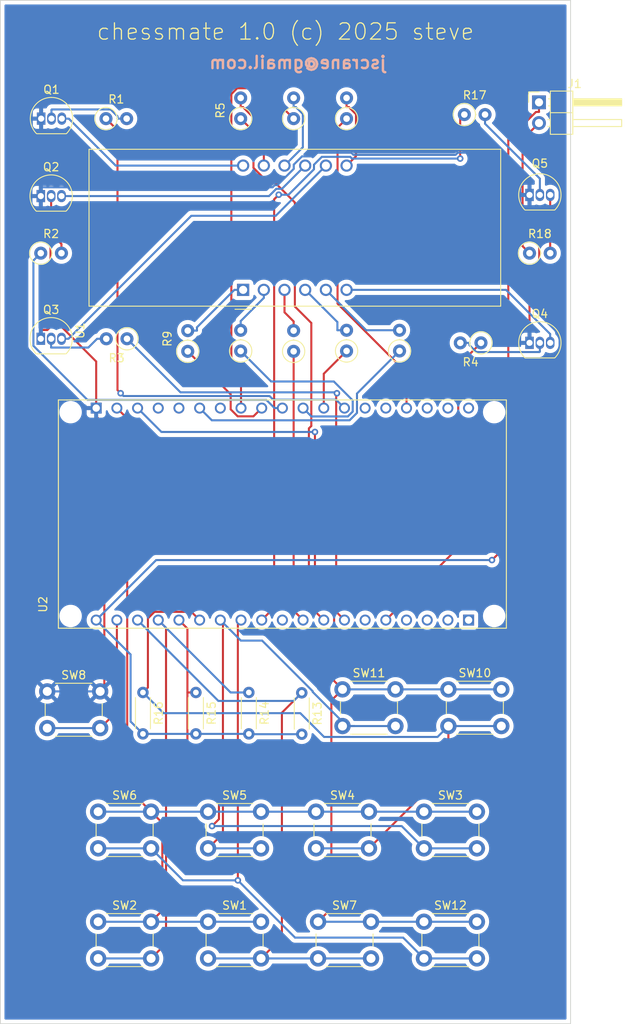
<source format=kicad_pcb>
(kicad_pcb (version 20241229) (generator "pcbnew") (generator_version "9.0")
  (layers (0 "F.Cu" signal) (2 "B.Cu" signal) (13 "F.Paste" user) (15 "B.Paste" user) (5 "F.SilkS" user "F.Silkscreen") (7 "B.SilkS" user "B.Silkscreen") (1 "F.Mask" user) (3 "B.Mask" user) (25 "Edge.Cuts" user))
  (net 0 "")
  (net 1 "+3V3")
  (net 2 "GND")
  (net 3 "Net-(Q1-B)")
  (net 4 "/DIG1")
  (net 5 "/DIG2")
  (net 6 "Net-(Q2-B)")
  (net 7 "Net-(Q3-B)")
  (net 8 "/DIG3")
  (net 9 "Net-(Q4-B)")
  (net 10 "/DIG4")
  (net 11 "Net-(Q5-C)")
  (net 12 "Net-(Q5-B)")
  (net 13 "/DIG1_PIN")
  (net 14 "/DIG2_PIN")
  (net 15 "/DIG3_PIN")
  (net 16 "/DIG4_PIN")
  (net 17 "Net-(U1-a)")
  (net 18 "/SEGA_PIN")
  (net 19 "Net-(U1-b)")
  (net 20 "/SEGB_PIN")
  (net 21 "Net-(U1-c)")
  (net 22 "/SEGC_PIN")
  (net 23 "/SEGD_PIN")
  (net 24 "Net-(U1-d)")
  (net 25 "/SEGE_PIN")
  (net 26 "Net-(U1-e)")
  (net 27 "Net-(U1-f)")
  (net 28 "/SEGF_PIN")
  (net 29 "Net-(U1-g)")
  (net 30 "/SEGG_PIN")
  (net 31 "Net-(U1-DPX)")
  (net 32 "/DP_PIN")
  (net 33 "/COL0_PIN")
  (net 34 "/COL1_PIN")
  (net 35 "/COL2_PIN")
  (net 36 "/COL3_PIN")
  (net 37 "/SOUND_PIN")
  (net 38 "Net-(J1-Pin_2)")
  (net 39 "/ROW1_PIN")
  (net 40 "/COL4_PIN")
  (net 41 "/COL5_PIN")
  (net 42 "/ROW0_PIN")
  (net 43 "/RESET_PIN")
  (footprint "Resistor_THT:R_Axial_DIN0207_L6.3mm_D2.5mm_P2.54mm_Vertical" (layer "F.Cu") (at 62.96 33.5)
    (property "Reference" "R1")
    (property "Value" "10k")
  )
  (footprint "Button_Switch_THT:SW_PUSH_6mm_H4.3mm" (layer "F.Cu") (at 75.5 132)
    (property "Reference" "SW1")
    (property "Value" "F6")
  )
  (footprint "Resistor_THT:R_Axial_DIN0207_L6.3mm_D2.5mm_P2.54mm_Vertical" (layer "F.Cu") (at 109 61 180)
    (property "Reference" "R4")
    (property "Value" "10k")
  )
  (footprint "esp32-nodemcu:ESP32_NODEMCU" (layer "F.Cu") (at 84.62 82 90)
    (property "Reference" "U2")
    (property "Value" "ESP32_NODEMCU")
  )
  (footprint "Package_TO_SOT_THT:TO-92_Inline" (layer "F.Cu") (at 54.96 60.5)
    (property "Reference" "Q3")
    (property "Value" "2N2222")
  )
  (footprint "Button_Switch_THT:SW_PUSH_6mm_H4.3mm" (layer "F.Cu") (at 105 103.5)
    (property "Reference" "SW10")
    (property "Value" "ENTER")
  )
  (footprint "Package_TO_SOT_THT:TO-92_Inline" (layer "F.Cu") (at 54.96 43)
    (property "Reference" "Q2")
    (property "Value" "2N2222")
  )
  (footprint "Connector_PinHeader_2.54mm:PinHeader_1x02_P2.54mm_Horizontal" (layer "F.Cu") (at 116.125 31.5)
    (property "Reference" "J1")
    (property "Value" "SPKR")
  )
  (footprint "Resistor_THT:R_Axial_DIN0207_L6.3mm_D2.5mm_P2.54mm_Vertical" (layer "F.Cu") (at 73 62.04 90)
    (property "Reference" "R9")
    (property "Value" "390R")
  )
  (footprint "Button_Switch_THT:SW_PUSH_6mm_H4.3mm" (layer "F.Cu") (at 62 132)
    (property "Reference" "SW2")
    (property "Value" "E5")
  )
  (footprint "Button_Switch_THT:SW_PUSH_6mm_H4.3mm" (layer "F.Cu") (at 92 103.5)
    (property "Reference" "SW11")
    (property "Value" "CLEAR")
  )
  (footprint "Resistor_THT:R_Axial_DIN0207_L6.3mm_D2.5mm_P2.54mm_Vertical" (layer "F.Cu") (at 92.5 33.5 90)
    (property "Reference" "R6" (hide yes))
    (property "Value" "390R")
  )
  (footprint "Button_Switch_THT:SW_PUSH_6mm_H4.3mm" (layer "F.Cu") (at 89 132)
    (property "Reference" "SW7")
    (property "Value" "G7")
  )
  (footprint "Button_Switch_THT:SW_PUSH_6mm_H4.3mm" (layer "F.Cu") (at 102 132)
    (property "Reference" "SW12")
    (property "Value" "H8")
  )
  (footprint "Resistor_THT:R_Axial_DIN0207_L6.3mm_D2.5mm_P2.54mm_Vertical" (layer "F.Cu") (at 114.96 50)
    (property "Reference" "R18")
    (property "Value" "22R")
  )
  (footprint "Resistor_THT:R_Axial_DIN0207_L6.3mm_D2.5mm_P2.54mm_Vertical" (layer "F.Cu") (at 106.96 33)
    (property "Reference" "R17")
    (property "Value" "2k2")
  )
  (footprint "Resistor_THT:R_Axial_DIN0207_L6.3mm_D2.5mm_P2.54mm_Vertical" (layer "F.Cu") (at 54.955 50)
    (property "Reference" "R2")
    (property "Value" "10k")
  )
  (footprint "Resistor_THT:R_Axial_DIN0207_L6.3mm_D2.5mm_P2.54mm_Vertical" (layer "F.Cu") (at 86 62.04 90)
    (property "Reference" "R12" (hide yes))
    (property "Value" "390R")
  )
  (footprint "Resistor_THT:R_Axial_DIN0207_L6.3mm_D2.5mm_P2.54mm_Vertical" (layer "F.Cu") (at 92.5 61.995 90)
    (property "Reference" "R7" (hide yes))
    (property "Value" "390R")
  )
  (footprint "Button_Switch_THT:SW_PUSH_6mm_H4.3mm" (layer "F.Cu") (at 55.75 103.75)
    (property "Reference" "SW8")
    (property "Value" "NEW GAME")
  )
  (footprint "Resistor_THT:R_Axial_DIN0207_L6.3mm_D2.5mm_P2.54mm_Vertical" (layer "F.Cu") (at 79.5 33.5 90)
    (property "Reference" "R5")
    (property "Value" "390R")
  )
  (footprint "Button_Switch_THT:SW_PUSH_6mm_H4.3mm" (layer "F.Cu") (at 88.75 118.5)
    (property "Reference" "SW4")
    (property "Value" "C3")
  )
  (footprint "Resistor_THT:R_Axial_DIN0204_L3.6mm_D1.6mm_P5.08mm_Horizontal" (layer "F.Cu") (at 80.5 103.88 -90)
    (property "Reference" "R14")
    (property "Value" "10k")
  )
  (footprint "Package_TO_SOT_THT:TO-92_Inline" (layer "F.Cu") (at 55 33.5)
    (property "Reference" "Q1")
    (property "Value" "2N2222")
  )
  (footprint "Resistor_THT:R_Axial_DIN0204_L3.6mm_D1.6mm_P5.08mm_Horizontal" (layer "F.Cu") (at 87 103.92 -90)
    (property "Reference" "R13")
    (property "Value" "10k")
  )
  (footprint "Resistor_THT:R_Axial_DIN0204_L3.6mm_D1.6mm_P5.08mm_Horizontal" (layer "F.Cu") (at 67.5 103.88 -90)
    (property "Reference" "R16")
    (property "Value" "10k")
  )
  (footprint "Button_Switch_THT:SW_PUSH_6mm_H4.3mm" (layer "F.Cu") (at 75.5 118.5)
    (property "Reference" "SW5")
    (property "Value" "B2")
  )
  (footprint "Button_Switch_THT:SW_PUSH_6mm_H4.3mm" (layer "F.Cu") (at 102 118.5)
    (property "Reference" "SW3")
    (property "Value" "D4")
  )
  (footprint "Resistor_THT:R_Axial_DIN0207_L6.3mm_D2.5mm_P2.54mm_Vertical" (layer "F.Cu") (at 99 61.995 90)
    (property "Reference" "R11" (hide yes))
    (property "Value" "390R")
  )
  (footprint "Display_7Segment:CA56-12SURKWA" (layer "F.Cu") (at 79.8 54.5 90)
    (property "Reference" "U1")
    (property "Value" "CC56-12SURKWA")
  )
  (footprint "Resistor_THT:R_Axial_DIN0207_L6.3mm_D2.5mm_P2.54mm_Vertical" (layer "F.Cu") (at 65.54 60.5 180)
    (property "Reference" "R3")
    (property "Value" "10k")
  )
  (footprint "Resistor_THT:R_Axial_DIN0207_L6.3mm_D2.5mm_P2.54mm_Vertical" (layer "F.Cu") (at 79.5 62 90)
    (property "Reference" "R8" (hide yes))
    (property "Value" "390R")
  )
  (footprint "Package_TO_SOT_THT:TO-92_Inline" (layer "F.Cu") (at 114.96 42.86)
    (property "Reference" "Q5")
    (property "Value" "2N2222")
  )
  (footprint "Button_Switch_THT:SW_PUSH_6mm_H4.3mm" (layer "F.Cu") (at 62 118.5)
    (property "Reference" "SW6")
    (property "Value" "A1")
  )
  (footprint "Package_TO_SOT_THT:TO-92_Inline" (layer "F.Cu") (at 114.96 61)
    (property "Reference" "Q4")
    (property "Value" "2N2222")
  )
  (footprint "Resistor_THT:R_Axial_DIN0204_L3.6mm_D1.6mm_P5.08mm_Horizontal" (layer "F.Cu") (at 74 103.88 -90)
    (property "Reference" "R15")
    (property "Value" "10k")
  )
  (footprint "Resistor_THT:R_Axial_DIN0207_L6.3mm_D2.5mm_P2.54mm_Vertical" (layer "F.Cu") (at 86 33.5 90)
    (property "Reference" "R10" (hide yes))
    (property "Value" "390R")
  )
  (gr_line (start 120 19) (end 120 144.5) (stroke (width 0.1)) (layer "Edge.Cuts"))
  (gr_line (start 50 19) (end 120 19) (stroke (width 0.1)) (layer "Edge.Cuts"))
  (gr_line (start 50 144.5) (end 50 19) (stroke (width 0.1)) (layer "Edge.Cuts"))
  (gr_line (start 120 144.5) (end 50 144.5) (stroke (width 0.1)) (layer "Edge.Cuts"))
  (gr_text "chessmate 1.0 (c) 2025 steve" (at 85 24 0) (layer "F.SilkS") (effects (font (size 2 2)) (justify bottom)))
  (gr_text "jscrane@gmail.com" (at 86.5 27.5 0) (layer "B.SilkS") (effects (font (size 1.5 1.5) (thickness 0.3) (bold yes)) (justify bottom mirror)))
  (segment (start 112.3583 36.0757) (end 115.7573 32.6767) (width 0.25) (layer "F.Cu") (net 1))
  (segment (start 112.3583 85.6328) (end 112.3583 36.0757) (width 0.25) (layer "F.Cu") (net 1))
  (segment (start 110.35 87.6411) (end 112.3583 85.6328) (width 0.25) (layer "F.Cu") (net 1))
  (segment (start 115.7573 32.6767) (end 116.125 32.6767) (width 0.25) (layer "F.Cu") (net 1))
  (segment (start 116.125 31.5) (end 116.125 32.6767) (width 0.25) (layer "F.Cu") (net 1))
  (via (at 110.35 87.6411) (size 0.8) (drill 0.4) (layers "F.Cu" "B.Cu") (net 1))
  (segment (start 65.9829 99.2229) (end 65.9829 107.4429) (width 0.25) (layer "B.Cu") (net 1))
  (segment (start 80.54 109) (end 80.5 108.96) (width 0.25) (layer "B.Cu") (net 1))
  (segment (start 67.5 108.96) (end 74 108.96) (width 0.25) (layer "B.Cu") (net 1))
  (segment (start 69.1189 87.6411) (end 110.35 87.6411) (width 0.25) (layer "B.Cu") (net 1))
  (segment (start 65.9829 107.4429) (end 67.5 108.96) (width 0.25) (layer "B.Cu") (net 1))
  (segment (start 61.76 95) (end 69.1189 87.6411) (width 0.25) (layer "B.Cu") (net 1))
  (segment (start 87 109) (end 80.54 109) (width 0.25) (layer "B.Cu") (net 1))
  (segment (start 61.76 95) (end 65.9829 99.2229) (width 0.25) (layer "B.Cu") (net 1))
  (segment (start 80.5 108.96) (end 74 108.96) (width 0.25) (layer "B.Cu") (net 1))
  (segment (start 56.1526 54.9536) (end 56.8294 55.6304) (width 0.25) (layer "F.Cu") (net 2))
  (segment (start 55 34.5767) (end 54.96 34.6167) (width 0.25) (layer "F.Cu") (net 2))
  (segment (start 62.25 103.75) (end 62.7617 103.2383) (width 0.25) (layer "F.Cu") (net 2))
  (segment (start 62.7617 71.0034) (end 61.76 70.0017) (width 0.25) (layer "F.Cu") (net 2))
  (segment (start 54.96 43) (end 54.96 47.4691) (width 0.25) (layer "F.Cu") (net 2))
  (segment (start 56.1526 48.6617) (end 56.1526 54.9536) (width 0.25) (layer "F.Cu") (net 2))
  (segment (start 61.76 63.2892) (end 56.8294 58.3585) (width 0.25) (layer "F.Cu") (net 2))
  (segment (start 56.8294 58.3585) (end 55.7646 59.4233) (width 0.25) (layer "F.Cu") (net 2))
  (segment (start 56.8294 55.6304) (end 56.8294 58.3585) (width 0.25) (layer "F.Cu") (net 2))
  (segment (start 55 33.5) (end 55 34.5767) (width 0.25) (layer "F.Cu") (net 2))
  (segment (start 114.96 45.5295) (end 114.96 42.86) (width 0.25) (layer "F.Cu") (net 2))
  (segment (start 61.76 69) (end 61.76 70.0017) (width 0.25) (layer "F.Cu") (net 2))
  (segment (start 61.76 69) (end 61.76 63.2892) (width 0.25) (layer "F.Cu") (net 2))
  (segment (start 54.96 47.4691) (end 56.1526 48.6617) (width 0.25) (layer "F.Cu") (net 2))
  (segment (start 116.1572 55.2033) (end 116.1572 46.7267) (width 0.25) (layer "F.Cu") (net 2))
  (segment (start 114.96 56.4005) (end 116.1572 55.2033) (width 0.25) (layer "F.Cu") (net 2))
  (segment (start 62.7617 103.2383) (end 62.7617 71.0034) (width 0.25) (layer "F.Cu") (net 2))
  (segment (start 55.7646 59.4233) (end 54.96 59.4233) (width 0.25) (layer "F.Cu") (net 2))
  (segment (start 54.96 34.6167) (end 54.96 43) (width 0.25) (layer "F.Cu") (net 2))
  (segment (start 54.96 60.5) (end 54.96 59.4233) (width 0.25) (layer "F.Cu") (net 2))
  (segment (start 114.96 61) (end 114.96 56.4005) (width 0.25) (layer "F.Cu") (net 2))
  (segment (start 116.1572 46.7267) (end 114.96 45.5295) (width 0.25) (layer "F.Cu") (net 2))
  (segment (start 84.0235 41.654) (end 83.6826 41.654) (width 0.25) (layer "B.Cu") (net 2))
  (segment (start 114.96 42.86) (end 114.1083 42.86) (width 0.25) (layer "B.Cu") (net 2))
  (segment (start 88.471 38.1306) (end 88.9227 37.6789) (width 0.25) (layer "B.Cu") (net 2))
  (segment (start 83.4133 41.9233) (end 54.96 41.9233) (width 0.25) (layer "B.Cu") (net 2))
  (segment (start 86.0148 39.6627) (end 84.0235 41.654) (width 0.25) (layer "B.Cu") (net 2))
  (segment (start 55.75 103.75) (end 62.25 103.75) (width 0.25) (layer "B.Cu") (net 2))
  (segment (start 93.0805 37.6789) (end 88.9227 37.6789) (width 0.25) (layer "B.Cu") (net 2))
  (segment (start 105.8741 37.9454) (end 93.347 37.9454) (width 0.25) (layer "B.Cu") (net 2))
  (segment (start 88.471 38.1306) (end 87.0235 38.1306) (width 0.25) (layer "B.Cu") (net 2))
  (segment (start 54.96 43) (end 54.96 41.9233) (width 0.25) (layer "B.Cu") (net 2))
  (segment (start 83.4133 41.9233) (end 83.6826 41.654) (width 0.25) (layer "B.Cu") (net 2))
  (segment (start 87.0235 38.1306) (end 86.0148 39.1393) (width 0.25) (layer "B.Cu") (net 2))
  (segment (start 114.1083 42.86) (end 108.9187 37.6704) (width 0.25) (layer "B.Cu") (net 2))
  (segment (start 106.1491 37.6704) (end 105.8741 37.9454) (width 0.25) (layer "B.Cu") (net 2))
  (segment (start 86.0148 39.1393) (end 86.0148 39.6627) (width 0.25) (layer "B.Cu") (net 2))
  (segment (start 108.9187 37.6704) (end 106.1491 37.6704) (width 0.25) (layer "B.Cu") (net 2))
  (segment (start 93.347 37.9454) (end 93.0805 37.6789) (width 0.25) (layer "B.Cu") (net 2))
  (segment (start 56.27 33.5) (end 56.27 32.4233) (width 0.25) (layer "B.Cu") (net 3))
  (segment (start 65.5 33.5) (end 64.3733 33.5) (width 0.25) (layer "B.Cu") (net 3))
  (segment (start 64.3733 33.2183) (end 63.5281 32.3731) (width 0.25) (layer "B.Cu") (net 3))
  (segment (start 56.3202 32.3731) (end 56.27 32.4233) (width 0.25) (layer "B.Cu") (net 3))
  (segment (start 64.3733 33.5) (end 64.3733 33.2183) (width 0.25) (layer "B.Cu") (net 3))
  (segment (start 63.5281 32.3731) (end 56.3202 32.3731) (width 0.25) (layer "B.Cu") (net 3))
  (segment (start 57.54 33.5) (end 58.3917 33.5) (width 0.25) (layer "B.Cu") (net 4))
  (segment (start 79.8 39.26) (end 64.1517 39.26) (width 0.25) (layer "B.Cu") (net 4))
  (segment (start 64.1517 39.26) (end 58.3917 33.5) (width 0.25) (layer "B.Cu") (net 4))
  (segment (start 87.42 39.26) (end 84.5743 42.1057) (width 0.25) (layer "B.Cu") (net 5))
  (segment (start 83.8697 42.1057) (end 82.9755 42.9999) (width 0.25) (layer "B.Cu") (net 5))
  (segment (start 57.5 43) (end 82.9755 43) (width 0.25) (layer "B.Cu") (net 5))
  (segment (start 84.5743 42.1057) (end 83.8697 42.1057) (width 0.25) (layer "B.Cu") (net 5))
  (segment (start 82.9755 42.9999) (end 82.9755 43) (width 0.25) (layer "B.Cu") (net 5))
  (segment (start 56.23 47.6083) (end 56.23 43) (width 0.25) (layer "F.Cu") (net 6))
  (segment (start 57.495 48.8733) (end 56.23 47.6083) (width 0.25) (layer "F.Cu") (net 6))
  (segment (start 57.495 50) (end 57.495 48.8733) (width 0.25) (layer "F.Cu") (net 6))
  (segment (start 61.8733 60.5) (end 60.7966 61.5767) (width 0.25) (layer "B.Cu") (net 7))
  (segment (start 63 60.5) (end 61.8733 60.5) (width 0.25) (layer "B.Cu") (net 7))
  (segment (start 60.7966 61.5767) (end 56.23 61.5767) (width 0.25) (layer "B.Cu") (net 7))
  (segment (start 56.23 60.5) (end 56.23 61.5767) (width 0.25) (layer "B.Cu") (net 7))
  (segment (start 83.8048 45.4152) (end 89.96 39.26) (width 0.25) (layer "B.Cu") (net 8))
  (segment (start 73.4365 45.4152) (end 83.8048 45.4152) (width 0.25) (layer "B.Cu") (net 8))
  (segment (start 58.3517 60.5) (end 73.4365 45.4152) (width 0.25) (layer "B.Cu") (net 8))
  (segment (start 57.5 60.5) (end 58.3517 60.5) (width 0.25) (layer "B.Cu") (net 8))
  (segment (start 116.23 62.0767) (end 116.18 62.1267) (width 0.25) (layer "B.Cu") (net 9))
  (segment (start 116.23 61) (end 116.23 62.0767) (width 0.25) (layer "B.Cu") (net 9))
  (segment (start 108.4316 62.1267) (end 107.5867 61.2818) (width 0.25) (layer "B.Cu") (net 9))
  (segment (start 106.46 61) (end 107.5867 61) (width 0.25) (layer "B.Cu") (net 9))
  (segment (start 116.18 62.1267) (end 108.4316 62.1267) (width 0.25) (layer "B.Cu") (net 9))
  (segment (start 107.5867 61.2818) (end 107.5867 61) (width 0.25) (layer "B.Cu") (net 9))
  (segment (start 112.0767 54.5) (end 117.5 59.9233) (width 0.25) (layer "B.Cu") (net 10))
  (segment (start 92.5 54.5) (end 112.0767 54.5) (width 0.25) (layer "B.Cu") (net 10))
  (segment (start 117.5 61) (end 117.5 59.9233) (width 0.25) (layer "B.Cu") (net 10))
  (segment (start 117.5 42.86) (end 117.5 50) (width 0.25) (layer "F.Cu") (net 11))
  (segment (start 116.23 40.8567) (end 116.23 42.86) (width 0.25) (layer "B.Cu") (net 12))
  (segment (start 109.5 33) (end 109.5 34.1267) (width 0.25) (layer "B.Cu") (net 12))
  (segment (start 109.5 34.1267) (end 116.23 40.8567) (width 0.25) (layer "B.Cu") (net 12))
  (segment (start 64.3748 66.795) (end 64.3748 34.9148) (width 0.25) (layer "F.Cu") (net 13))
  (segment (start 64.3748 34.9148) (end 62.96 33.5) (width 0.25) (layer "F.Cu") (net 13))
  (segment (start 64.7603 67.1805) (end 64.3748 66.795) (width 0.25) (layer "F.Cu") (net 13))
  (via (at 64.7603 67.1805) (size 0.8) (drill 0.4) (layers "F.Cu" "B.Cu") (net 13))
  (segment (start 65.1026 67.5228) (end 64.7603 67.1805) (width 0.25) (layer "B.Cu") (net 13))
  (segment (start 83.0423 67.5228) (end 65.1026 67.5228) (width 0.25) (layer "B.Cu") (net 13))
  (segment (start 91.213 67.973) (end 83.4925 67.973) (width 0.25) (layer "B.Cu") (net 13))
  (segment (start 92.24 69) (end 91.213 67.973) (width 0.25) (layer "B.Cu") (net 13))
  (segment (start 83.4925 67.973) (end 83.0423 67.5228) (width 0.25) (layer "B.Cu") (net 13))
  (segment (start 83.6555 69) (end 84.62 69) (width 0.25) (layer "B.Cu") (net 14))
  (segment (start 54.955 50) (end 54.0528 50.9022) (width 0.25) (layer "B.Cu") (net 14))
  (segment (start 60.6909 67.9982) (end 82.6537 67.9982) (width 0.25) (layer "B.Cu") (net 14))
  (segment (start 54.0528 61.3601) (end 60.6909 67.9982) (width 0.25) (layer "B.Cu") (net 14))
  (segment (start 54.0528 50.9022) (end 54.0528 61.3601) (width 0.25) (layer "B.Cu") (net 14))
  (segment (start 82.6537 67.9982) (end 83.6555 69) (width 0.25) (layer "B.Cu") (net 14))
  (segment (start 92.24 94.9979) (end 91.2269 93.9848) (width 0.25) (layer "F.Cu") (net 15))
  (segment (start 91.2269 93.9848) (end 91.2269 67.2661) (width 0.25) (layer "F.Cu") (net 15))
  (segment (start 91.2269 67.2661) (end 91.3125 67.1805) (width 0.25) (layer "F.Cu") (net 15))
  (segment (start 92.24 95) (end 92.24 94.9979) (width 0.25) (layer "F.Cu") (net 15))
  (via (at 91.3125 67.1805) (size 0.8) (drill 0.4) (layers "F.Cu" "B.Cu") (net 15))
  (segment (start 72.1111 67.0711) (end 91.2031 67.0711) (width 0.25) (layer "B.Cu") (net 15))
  (segment (start 65.54 60.5) (end 72.1111 67.0711) (width 0.25) (layer "B.Cu") (net 15))
  (segment (start 91.2031 67.0711) (end 91.3125 67.1805) (width 0.25) (layer "B.Cu") (net 15))
  (segment (start 109 61) (end 106.21 63.79) (width 0.25) (layer "F.Cu") (net 16))
  (segment (start 106.21 63.79) (end 106.21 86.11) (width 0.25) (layer "F.Cu") (net 16))
  (segment (start 106.21 86.11) (end 97.32 95) (width 0.25) (layer "F.Cu") (net 16))
  (segment (start 82.34 34.645) (end 82.34 39.26) (width 0.25) (layer "F.Cu") (net 17))
  (segment (start 79.7817 32.0867) (end 82.34 34.645) (width 0.25) (layer "F.Cu") (net 17))
  (segment (start 79.5 30.96) (end 79.5 32.0867) (width 0.25) (layer "F.Cu") (net 17))
  (segment (start 79.5 32.0867) (end 79.7817 32.0867) (width 0.25) (layer "F.Cu") (net 17))
  (segment (start 88.1717 58.5655) (end 86.15 56.5438) (width 0.25) (layer "F.Cu") (net 18))
  (segment (start 81.07 35.07) (end 79.5 33.5) (width 0.25) (layer "F.Cu") (net 18))
  (segment (start 82.2158 40.6797) (end 81.07 39.5339) (width 0.25) (layer "F.Cu") (net 18))
  (segment (start 86.15 43.7841) (end 83.0456 40.6797) (width 0.25) (layer "F.Cu") (net 18))
  (segment (start 83.0456 40.6797) (end 82.2158 40.6797) (width 0.25) (layer "F.Cu") (net 18))
  (segment (start 87.8729 93.1729) (end 87.8729 71.4904) (width 0.25) (layer "F.Cu") (net 18))
  (segment (start 88.1717 71.1916) (end 88.1717 58.5655) (width 0.25) (layer "F.Cu") (net 18))
  (segment (start 86.15 56.5438) (end 86.15 43.7841) (width 0.25) (layer "F.Cu") (net 18))
  (segment (start 89.7 95) (end 87.8729 93.1729) (width 0.25) (layer "F.Cu") (net 18))
  (segment (start 81.07 39.5339) (end 81.07 35.07) (width 0.25) (layer "F.Cu") (net 18))
  (segment (start 87.8729 71.4904) (end 88.1717 71.1916) (width 0.25) (layer "F.Cu") (net 18))
  (segment (start 92.7817 32.0867) (end 93.658 32.963) (width 0.25) (layer "F.Cu") (net 19))
  (segment (start 93.658 32.963) (end 93.658 38.102) (width 0.25) (layer "F.Cu") (net 19))
  (segment (start 92.5 32.0867) (end 92.7817 32.0867) (width 0.25) (layer "F.Cu") (net 19))
  (segment (start 92.5 30.96) (end 92.5 32.0867) (width 0.25) (layer "F.Cu") (net 19))
  (segment (start 93.658 38.102) (end 92.5 39.26) (width 0.25) (layer "F.Cu") (net 19))
  (segment (start 92.5 33.5) (end 91.3908 34.6092) (width 0.25) (layer "F.Cu") (net 20))
  (segment (start 99.86 64.66) (end 99.86 69) (width 0.25) (layer "F.Cu") (net 20))
  (segment (start 91.3908 34.6092) (end 91.3908 56.1908) (width 0.25) (layer "F.Cu") (net 20))
  (segment (start 91.3908 56.1908) (end 99.86 64.66) (width 0.25) (layer "F.Cu") (net 20))
  (segment (start 92.5 59.455) (end 91.3733 59.455) (width 0.25) (layer "B.Cu") (net 21))
  (segment (start 91.3733 59.455) (end 91.3733 58.4533) (width 0.25) (layer "B.Cu") (net 21))
  (segment (start 91.3733 58.4533) (end 87.42 54.5) (width 0.25) (layer "B.Cu") (net 21))
  (segment (start 92.5 61.995) (end 89.7 64.795) (width 0.25) (layer "F.Cu") (net 22))
  (segment (start 89.7 64.795) (end 89.7 69) (width 0.25) (layer "F.Cu") (net 22))
  (segment (start 90.9334 65.7387) (end 93.2539 68.0592) (width 0.25) (layer "B.Cu") (net 23))
  (segment (start 93.2539 68.0592) (end 93.2539 69.4264) (width 0.25) (layer "B.Cu") (net 23))
  (segment (start 83.2387 65.7387) (end 90.9334 65.7387) (width 0.25) (layer "B.Cu") (net 23))
  (segment (start 93.2539 69.4264) (end 92.6533 70.027) (width 0.25) (layer "B.Cu") (net 23))
  (segment (start 88.187 70.027) (end 87.16 69) (width 0.25) (layer "B.Cu") (net 23))
  (segment (start 92.6533 70.027) (end 88.187 70.027) (width 0.25) (layer "B.Cu") (net 23))
  (segment (start 79.5 62) (end 83.2387 65.7387) (width 0.25) (layer "B.Cu") (net 23))
  (segment (start 79.5 59.46) (end 79.5 58.3333) (width 0.25) (layer "B.Cu") (net 24))
  (segment (start 79.5 58.3333) (end 82.34 55.4933) (width 0.25) (layer "B.Cu") (net 24))
  (segment (start 82.34 55.4933) (end 82.34 54.5) (width 0.25) (layer "B.Cu") (net 24))
  (segment (start 78.27 69.1553) (end 78.27 67.31) (width 0.25) (layer "F.Cu") (net 25))
  (segment (start 78.27 67.31) (end 73 62.04) (width 0.25) (layer "F.Cu") (net 25))
  (segment (start 79.1289 70.0142) (end 78.27 69.1553) (width 0.25) (layer "F.Cu") (net 25))
  (segment (start 82.08 69) (end 81.0658 70.0142) (width 0.25) (layer "F.Cu") (net 25))
  (segment (start 81.0658 70.0142) (end 79.1289 70.0142) (width 0.25) (layer "F.Cu") (net 25))
  (segment (start 78.7233 54.5) (end 74.1267 59.0966) (width 0.25) (layer "B.Cu") (net 26))
  (segment (start 79.8 54.5) (end 78.7233 54.5) (width 0.25) (layer "B.Cu") (net 26))
  (segment (start 73 59.5) (end 74.1267 59.5) (width 0.25) (layer "B.Cu") (net 26))
  (segment (start 74.1267 59.0966) (end 74.1267 59.5) (width 0.25) (layer "B.Cu") (net 26))
  (segment (start 87.1301 32.9351) (end 87.1301 37.0099) (width 0.25) (layer "B.Cu") (net 27))
  (segment (start 86 32.0867) (end 86.2817 32.0867) (width 0.25) (layer "B.Cu") (net 27))
  (segment (start 87.1301 37.0099) (end 84.88 39.26) (width 0.25) (layer "B.Cu") (net 27))
  (segment (start 86.2817 32.0867) (end 87.1301 32.9351) (width 0.25) (layer "B.Cu") (net 27))
  (segment (start 86 30.96) (end 86 32.0867) (width 0.25) (layer "B.Cu") (net 27))
  (segment (start 79.54 64.4487) (end 78.3541 63.2628) (width 0.25) (layer "F.Cu") (net 28))
  (segment (start 78.3541 63.2628) (end 78.3541 30.4938) (width 0.25) (layer "F.Cu") (net 28))
  (segment (start 78.3541 30.4938) (end 79.0692 29.7787) (width 0.25) (layer "F.Cu") (net 28))
  (segment (start 79.54 69) (end 79.54 64.4487) (width 0.25) (layer "F.Cu") (net 28))
  (segment (start 82.2787 29.7787) (end 86 33.5) (width 0.25) (layer "F.Cu") (net 28))
  (segment (start 79.0692 29.7787) (end 82.2787 29.7787) (width 0.25) (layer "F.Cu") (net 28))
  (segment (start 99 59.455) (end 94.915 59.455) (width 0.25) (layer "B.Cu") (net 29))
  (segment (start 94.915 59.455) (end 89.96 54.5) (width 0.25) (layer "B.Cu") (net 29))
  (segment (start 75.9616 70.5016) (end 92.8677 70.5016) (width 0.25) (layer "B.Cu") (net 30))
  (segment (start 93.7783 67.2167) (end 99 61.995) (width 0.25) (layer "B.Cu") (net 30))
  (segment (start 93.7783 69.591) (end 93.7783 67.2167) (width 0.25) (layer "B.Cu") (net 30))
  (segment (start 92.8677 70.5016) (end 93.7783 69.591) (width 0.25) (layer "B.Cu") (net 30))
  (segment (start 74.46 69) (end 75.9616 70.5016) (width 0.25) (layer "B.Cu") (net 30))
  (segment (start 84.88 57.2533) (end 84.88 54.5) (width 0.25) (layer "F.Cu") (net 31))
  (segment (start 86 59.5) (end 86 58.3733) (width 0.25) (layer "F.Cu") (net 31))
  (segment (start 86 58.3733) (end 84.88 57.2533) (width 0.25) (layer "F.Cu") (net 31))
  (segment (start 86 93.84) (end 86 62.04) (width 0.25) (layer "F.Cu") (net 32))
  (segment (start 87.16 95) (end 86 93.84) (width 0.25) (layer "F.Cu") (net 32))
  (segment (start 84.5603 106.3597) (end 84.5603 133.9397) (width 0.25) (layer "F.Cu") (net 33))
  (segment (start 84.5603 133.9397) (end 82 136.5) (width 0.25) (layer "F.Cu") (net 33))
  (segment (start 87 103.92) (end 84.5603 106.3597) (width 0.25) (layer "F.Cu") (net 33))
  (segment (start 82 136.5) (end 89 136.5) (width 0.25) (layer "B.Cu") (net 33))
  (segment (start 76.7553 104.9153) (end 66.84 95) (width 0.25) (layer "B.Cu") (net 33))
  (segment (start 82 136.5) (end 75.5 136.5) (width 0.25) (layer "B.Cu") (net 33))
  (segment (start 87 103.92) (end 86.0047 104.9153) (width 0.25) (layer "B.Cu") (net 33))
  (segment (start 86.0047 104.9153) (end 76.7553 104.9153) (width 0.25) (layer "B.Cu") (net 33))
  (segment (start 89 136.5) (end 95.5 136.5) (width 0.25) (layer "B.Cu") (net 33))
  (segment (start 70.3337 95.9537) (end 69.38 95) (width 0.25) (layer "F.Cu") (net 34))
  (segment (start 70.3337 134.6663) (end 70.3337 95.9537) (width 0.25) (layer "F.Cu") (net 34))
  (segment (start 68.5 136.5) (end 70.3337 134.6663) (width 0.25) (layer "F.Cu") (net 34))
  (segment (start 80.5 103.88) (end 78.26 103.88) (width 0.25) (layer "B.Cu") (net 34))
  (segment (start 78.26 103.88) (end 69.38 95) (width 0.25) (layer "B.Cu") (net 34))
  (segment (start 62 136.5) (end 68.5 136.5) (width 0.25) (layer "B.Cu") (net 34))
  (segment (start 74 103.88) (end 72.96 103.88) (width 0.25) (layer "F.Cu") (net 35))
  (segment (start 72.96 103.88) (end 72.96 112.4065) (width 0.25) (layer "F.Cu") (net 35))
  (segment (start 76.8312 119.4146) (end 75.9804 120.2654) (width 0.25) (layer "F.Cu") (net 35))
  (segment (start 76.8312 116.2777) (end 76.8312 119.4146) (width 0.25) (layer "F.Cu") (net 35))
  (segment (start 72.96 103.88) (end 72.96 96.04) (width 0.25) (layer "F.Cu") (net 35))
  (segment (start 72.96 112.4065) (end 76.8312 116.2777) (width 0.25) (layer "F.Cu") (net 35))
  (segment (start 72.96 96.04) (end 71.92 95) (width 0.25) (layer "F.Cu") (net 35))
  (via (at 75.9804 120.2654) (size 0.8) (drill 0.4) (layers "F.Cu" "B.Cu") (net 35))
  (segment (start 108.5 123) (end 102 123) (width 0.25) (layer "B.Cu") (net 35))
  (segment (start 99.2654 120.2654) (end 102 123) (width 0.25) (layer "B.Cu") (net 35))
  (segment (start 75.9804 120.2654) (end 99.2654 120.2654) (width 0.25) (layer "B.Cu") (net 35))
  (segment (start 68.11 94.7988) (end 68.11 103.27) (width 0.25) (layer "F.Cu") (net 36))
  (segment (start 68.9166 93.9922) (end 68.11 94.7988) (width 0.25) (layer "F.Cu") (net 36))
  (segment (start 68.11 103.27) (end 67.5 103.88) (width 0.25) (layer "F.Cu") (net 36))
  (segment (start 95.25 123) (end 105 113.25) (width 0.25) (layer "F.Cu") (net 36))
  (segment (start 105 113.25) (end 105 108) (width 0.25) (layer "F.Cu") (net 36))
  (segment (start 74.46 95) (end 73.4522 93.9922) (width 0.25) (layer "F.Cu") (net 36))
  (segment (start 73.4522 93.9922) (end 68.9166 93.9922) (width 0.25) (layer "F.Cu") (net 36))
  (segment (start 103.6661 109.3339) (end 89.7353 109.3339) (width 0.25) (layer "B.Cu") (net 36))
  (segment (start 70.04 106.42) (end 67.5 103.88) (width 0.25) (layer "B.Cu") (net 36))
  (segment (start 89.7353 109.3339) (end 86.8214 106.42) (width 0.25) (layer "B.Cu") (net 36))
  (segment (start 95.25 123) (end 88.75 123) (width 0.25) (layer "B.Cu") (net 36))
  (segment (start 111.5 108) (end 105 108) (width 0.25) (layer "B.Cu") (net 36))
  (segment (start 105 108) (end 103.6661 109.3339) (width 0.25) (layer "B.Cu") (net 36))
  (segment (start 86.8214 106.42) (end 70.04 106.42) (width 0.25) (layer "B.Cu") (net 36))
  (segment (start 83.61 93.47) (end 83.61 43.393) (width 0.25) (layer "F.Cu") (net 37))
  (segment (start 106.45 33.51) (end 106.45 38.3971) (width 0.25) (layer "F.Cu") (net 37))
  (segment (start 83.7151 43.2879) (end 84.1706 42.8324) (width 0.25) (layer "F.Cu") (net 37))
  (segment (start 82.08 95) (end 83.61 93.47) (width 0.25) (layer "F.Cu") (net 37))
  (segment (start 106.96 33) (end 106.45 33.51) (width 0.25) (layer "F.Cu") (net 37))
  (segment (start 83.61 43.393) (end 84.1706 42.8324) (width 0.25) (layer "F.Cu") (net 37))
  (via (at 84.1706 42.8324) (size 0.8) (drill 0.4) (layers "F.Cu" "B.Cu") (net 37))
  (via (at 106.45 38.3971) (size 0.8) (drill 0.4) (layers "F.Cu" "B.Cu") (net 37))
  (segment (start 92.9461 38.1833) (end 93.1599 38.3971) (width 0.25) (layer "B.Cu") (net 37))
  (segment (start 85.3752 42.8324) (end 88.4967 39.7109) (width 0.25) (layer "B.Cu") (net 37))
  (segment (start 84.1706 42.8324) (end 85.3752 42.8324) (width 0.25) (layer "B.Cu") (net 37))
  (segment (start 88.4967 39.7109) (end 88.4967 39.1518) (width 0.25) (layer "B.Cu") (net 37))
  (segment (start 88.4967 39.1518) (end 89.4652 38.1833) (width 0.25) (layer "B.Cu") (net 37))
  (segment (start 89.4652 38.1833) (end 92.9461 38.1833) (width 0.25) (layer "B.Cu") (net 37))
  (segment (start 93.1599 38.3971) (end 106.45 38.3971) (width 0.25) (layer "B.Cu") (net 37))
  (segment (start 114.1083 36.0567) (end 116.125 34.04) (width 0.25) (layer "F.Cu") (net 38))
  (segment (start 114.1083 49.1483) (end 114.1083 36.0567) (width 0.25) (layer "F.Cu") (net 38))
  (segment (start 114.96 50) (end 114.1083 49.1483) (width 0.25) (layer "F.Cu") (net 38))
  (segment (start 64.3 69) (end 65.57 70.27) (width 0.25) (layer "F.Cu") (net 39))
  (segment (start 69.882 119.882) (end 69.882 130.618) (width 0.25) (layer "F.Cu") (net 39))
  (segment (start 69.882 130.618) (end 68.5 132) (width 0.25) (layer "F.Cu") (net 39))
  (segment (start 65.57 70.27) (end 65.57 115.57) (width 0.25) (layer "F.Cu") (net 39))
  (segment (start 65.57 115.57) (end 68.5 118.5) (width 0.25) (layer "F.Cu") (net 39))
  (segment (start 68.5 118.5) (end 69.882 119.882) (width 0.25) (layer "F.Cu") (net 39))
  (segment (start 76.3409 132) (end 75.5 132) (width 0.25) (layer "B.Cu") (net 39))
  (segment (start 75.5 118.5) (end 82 118.5) (width 0.25) (layer "B.Cu") (net 39))
  (segment (start 68.5 118.5) (end 67.947 118.5) (width 0.25) (layer "B.Cu") (net 39))
  (segment (start 67.947 118.5) (end 75.5 118.5) (width 0.25) (layer "B.Cu") (net 39))
  (segment (start 102 118.5) (end 95.25 118.5) (width 0.25) (layer "B.Cu") (net 39))
  (segment (start 67.947 118.5) (end 62 118.5) (width 0.25) (layer "B.Cu") (net 39))
  (segment (start 76.3409 132) (end 68.5 132) (width 0.25) (layer "B.Cu") (net 39))
  (segment (start 62 132) (end 68.5 132) (width 0.25) (layer "B.Cu") (net 39))
  (segment (start 108.5 118.5) (end 102 118.5) (width 0.25) (layer "B.Cu") (net 39))
  (segment (start 95.25 118.5) (end 88.75 118.5) (width 0.25) (layer "B.Cu") (net 39))
  (segment (start 88.75 118.5) (end 82 118.5) (width 0.25) (layer "B.Cu") (net 39))
  (segment (start 82 132) (end 76.3409 132) (width 0.25) (layer "B.Cu") (net 39))
  (segment (start 77.3194 121.1806) (end 77.3194 95.3194) (width 0.25) (layer "F.Cu") (net 40))
  (segment (start 77.3194 95.3194) (end 77 95) (width 0.25) (layer "F.Cu") (net 40))
  (segment (start 75.5 123) (end 77.3194 121.1806) (width 0.25) (layer "F.Cu") (net 40))
  (segment (start 82.1327 97.517) (end 79.517 97.517) (width 0.25) (layer "B.Cu") (net 40))
  (segment (start 98.5 108) (end 93.4722 108) (width 0.25) (layer "B.Cu") (net 40))
  (segment (start 88.3362 103.8063) (end 88.3362 103.7205) (width 0.25) (layer "B.Cu") (net 40))
  (segment (start 93.4722 108) (end 92.5299 108) (width 0.25) (layer "B.Cu") (net 40))
  (segment (start 75.5 123) (end 82 123) (width 0.25) (layer "B.Cu") (net 40))
  (segment (start 88.3362 103.7205) (end 82.1327 97.517) (width 0.25) (layer "B.Cu") (net 40))
  (segment (start 92.5299 108) (end 88.3362 103.8063) (width 0.25) (layer "B.Cu") (net 40))
  (segment (start 79.517 97.517) (end 77 95) (width 0.25) (layer "B.Cu") (net 40))
  (segment (start 93.4722 108) (end 92 108) (width 0.25) (layer "B.Cu") (net 40))
  (segment (start 79.15 126.9231) (end 79.15 95.39) (width 0.25) (layer "F.Cu") (net 41))
  (segment (start 79.15 95.39) (end 79.54 95) (width 0.25) (layer "F.Cu") (net 41))
  (via (at 79.15 126.9231) (size 0.8) (drill 0.4) (layers "F.Cu" "B.Cu") (net 41))
  (segment (start 72.4231 126.9231) (end 79.15 126.9231) (width 0.25) (layer "B.Cu") (net 41))
  (segment (start 62 123) (end 68.5 123) (width 0.25) (layer "B.Cu") (net 41))
  (segment (start 102 136.5) (end 108.5 136.5) (width 0.25) (layer "B.Cu") (net 41))
  (segment (start 68.5 123) (end 72.4231 126.9231) (width 0.25) (layer "B.Cu") (net 41))
  (segment (start 102 136.5) (end 99.4464 133.9464) (width 0.25) (layer "B.Cu") (net 41))
  (segment (start 99.4464 133.9464) (end 86.1733 133.9464) (width 0.25) (layer "B.Cu") (net 41))
  (segment (start 86.1733 133.9464) (end 79.15 126.9231) (width 0.25) (layer "B.Cu") (net 41))
  (segment (start 88.6156 92.0123) (end 90.97 94.3667) (width 0.25) (layer "F.Cu") (net 42))
  (segment (start 88.6156 71.9283) (end 88.6156 92.0123) (width 0.25) (layer "F.Cu") (net 42))
  (segment (start 92 103.5) (end 90.6344 104.8656) (width 0.25) (layer "F.Cu") (net 42))
  (segment (start 90.97 94.3667) (end 90.97 102.47) (width 0.25) (layer "F.Cu") (net 42))
  (segment (start 90.97 102.47) (end 92 103.5) (width 0.25) (layer "F.Cu") (net 42))
  (segment (start 90.6344 130.3656) (end 89 132) (width 0.25) (layer "F.Cu") (net 42))
  (segment (start 90.6344 104.8656) (end 90.6344 130.3656) (width 0.25) (layer "F.Cu") (net 42))
  (via (at 88.6156 71.9283) (size 0.8) (drill 0.4) (layers "F.Cu" "B.Cu") (net 42))
  (segment (start 69.7683 71.9283) (end 66.84 69) (width 0.25) (layer "B.Cu") (net 42))
  (segment (start 108.5 132) (end 102 132) (width 0.25) (layer "B.Cu") (net 42))
  (segment (start 111.5 103.5) (end 105 103.5) (width 0.25) (layer "B.Cu") (net 42))
  (segment (start 105 103.5) (end 98.5 103.5) (width 0.25) (layer "B.Cu") (net 42))
  (segment (start 89 132) (end 95.5 132) (width 0.25) (layer "B.Cu") (net 42))
  (segment (start 98.5 103.5) (end 92 103.5) (width 0.25) (layer "B.Cu") (net 42))
  (segment (start 88.6156 71.9283) (end 69.7683 71.9283) (width 0.25) (layer "B.Cu") (net 42))
  (segment (start 102 132) (end 95.5 132) (width 0.25) (layer "B.Cu") (net 42))
  (segment (start 64.3 106.2) (end 64.3 95) (width 0.25) (layer "F.Cu") (net 43))
  (segment (start 62.25 108.25) (end 64.3 106.2) (width 0.25) (layer "F.Cu") (net 43))
  (segment (start 62.25 108.25) (end 55.75 108.25) (width 0.25) (layer "B.Cu") (net 43))
  (zone (net 2) (net_name "GND") (layer "B.Cu") (connect_pads (clearance 0.5)) (min_thickness 0.25) (fill yes (thermal_gap 0.5) (thermal_bridge_width 0.5))
    (polygon (pts (xy 119.5 19.5) (xy 119.5 144) (xy 50.5 144) (xy 50.5 19.5)))
  )
)
</source>
